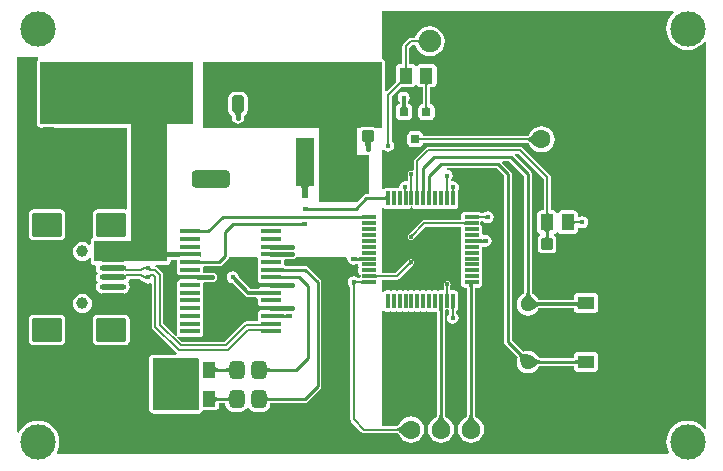
<source format=gtl>
G04*
G04 #@! TF.GenerationSoftware,Altium Limited,Altium Designer,21.0.8 (223)*
G04*
G04 Layer_Physical_Order=1*
G04 Layer_Color=255*
%FSLAX24Y24*%
%MOIN*%
G70*
G04*
G04 #@! TF.SameCoordinates,F91D3ADF-50DC-415E-B976-C9826125F88D*
G04*
G04*
G04 #@! TF.FilePolarity,Positive*
G04*
G01*
G75*
%ADD11C,0.0118*%
G04:AMPARAMS|DCode=12|XSize=29.9mil|YSize=29.9mil|CornerRadius=3.7mil|HoleSize=0mil|Usage=FLASHONLY|Rotation=180.000|XOffset=0mil|YOffset=0mil|HoleType=Round|Shape=RoundedRectangle|*
%AMROUNDEDRECTD12*
21,1,0.0299,0.0224,0,0,180.0*
21,1,0.0224,0.0299,0,0,180.0*
1,1,0.0075,-0.0112,0.0112*
1,1,0.0075,0.0112,0.0112*
1,1,0.0075,0.0112,-0.0112*
1,1,0.0075,-0.0112,-0.0112*
%
%ADD12ROUNDEDRECTD12*%
G04:AMPARAMS|DCode=13|XSize=37.4mil|YSize=37.4mil|CornerRadius=1.9mil|HoleSize=0mil|Usage=FLASHONLY|Rotation=180.000|XOffset=0mil|YOffset=0mil|HoleType=Round|Shape=RoundedRectangle|*
%AMROUNDEDRECTD13*
21,1,0.0374,0.0337,0,0,180.0*
21,1,0.0337,0.0374,0,0,180.0*
1,1,0.0037,-0.0168,0.0168*
1,1,0.0037,0.0168,0.0168*
1,1,0.0037,0.0168,-0.0168*
1,1,0.0037,-0.0168,-0.0168*
%
%ADD13ROUNDEDRECTD13*%
G04:AMPARAMS|DCode=14|XSize=43.3mil|YSize=55.1mil|CornerRadius=2.2mil|HoleSize=0mil|Usage=FLASHONLY|Rotation=0.000|XOffset=0mil|YOffset=0mil|HoleType=Round|Shape=RoundedRectangle|*
%AMROUNDEDRECTD14*
21,1,0.0433,0.0508,0,0,0.0*
21,1,0.0390,0.0551,0,0,0.0*
1,1,0.0043,0.0195,-0.0254*
1,1,0.0043,-0.0195,-0.0254*
1,1,0.0043,-0.0195,0.0254*
1,1,0.0043,0.0195,0.0254*
%
%ADD14ROUNDEDRECTD14*%
G04:AMPARAMS|DCode=15|XSize=157.5mil|YSize=63mil|CornerRadius=3.2mil|HoleSize=0mil|Usage=FLASHONLY|Rotation=90.000|XOffset=0mil|YOffset=0mil|HoleType=Round|Shape=RoundedRectangle|*
%AMROUNDEDRECTD15*
21,1,0.1575,0.0567,0,0,90.0*
21,1,0.1512,0.0630,0,0,90.0*
1,1,0.0063,0.0283,0.0756*
1,1,0.0063,0.0283,-0.0756*
1,1,0.0063,-0.0283,-0.0756*
1,1,0.0063,-0.0283,0.0756*
%
%ADD15ROUNDEDRECTD15*%
G04:AMPARAMS|DCode=16|XSize=11.8mil|YSize=47.2mil|CornerRadius=0.6mil|HoleSize=0mil|Usage=FLASHONLY|Rotation=180.000|XOffset=0mil|YOffset=0mil|HoleType=Round|Shape=RoundedRectangle|*
%AMROUNDEDRECTD16*
21,1,0.0118,0.0461,0,0,180.0*
21,1,0.0106,0.0472,0,0,180.0*
1,1,0.0012,-0.0053,0.0230*
1,1,0.0012,0.0053,0.0230*
1,1,0.0012,0.0053,-0.0230*
1,1,0.0012,-0.0053,-0.0230*
%
%ADD16ROUNDEDRECTD16*%
G04:AMPARAMS|DCode=17|XSize=11.8mil|YSize=47.2mil|CornerRadius=0.6mil|HoleSize=0mil|Usage=FLASHONLY|Rotation=90.000|XOffset=0mil|YOffset=0mil|HoleType=Round|Shape=RoundedRectangle|*
%AMROUNDEDRECTD17*
21,1,0.0118,0.0461,0,0,90.0*
21,1,0.0106,0.0472,0,0,90.0*
1,1,0.0012,0.0230,0.0053*
1,1,0.0012,0.0230,-0.0053*
1,1,0.0012,-0.0230,-0.0053*
1,1,0.0012,-0.0230,0.0053*
%
%ADD17ROUNDEDRECTD17*%
G04:AMPARAMS|DCode=18|XSize=43.3mil|YSize=55.1mil|CornerRadius=2.2mil|HoleSize=0mil|Usage=FLASHONLY|Rotation=90.000|XOffset=0mil|YOffset=0mil|HoleType=Round|Shape=RoundedRectangle|*
%AMROUNDEDRECTD18*
21,1,0.0433,0.0508,0,0,90.0*
21,1,0.0390,0.0551,0,0,90.0*
1,1,0.0043,0.0254,0.0195*
1,1,0.0043,0.0254,-0.0195*
1,1,0.0043,-0.0254,-0.0195*
1,1,0.0043,-0.0254,0.0195*
%
%ADD18ROUNDEDRECTD18*%
G04:AMPARAMS|DCode=19|XSize=13.8mil|YSize=65mil|CornerRadius=0.7mil|HoleSize=0mil|Usage=FLASHONLY|Rotation=270.000|XOffset=0mil|YOffset=0mil|HoleType=Round|Shape=RoundedRectangle|*
%AMROUNDEDRECTD19*
21,1,0.0138,0.0636,0,0,270.0*
21,1,0.0124,0.0650,0,0,270.0*
1,1,0.0014,-0.0318,-0.0062*
1,1,0.0014,-0.0318,0.0062*
1,1,0.0014,0.0318,0.0062*
1,1,0.0014,0.0318,-0.0062*
%
%ADD19ROUNDEDRECTD19*%
G04:AMPARAMS|DCode=20|XSize=37.4mil|YSize=37.4mil|CornerRadius=1.9mil|HoleSize=0mil|Usage=FLASHONLY|Rotation=90.000|XOffset=0mil|YOffset=0mil|HoleType=Round|Shape=RoundedRectangle|*
%AMROUNDEDRECTD20*
21,1,0.0374,0.0337,0,0,90.0*
21,1,0.0337,0.0374,0,0,90.0*
1,1,0.0037,0.0168,0.0168*
1,1,0.0037,0.0168,-0.0168*
1,1,0.0037,-0.0168,-0.0168*
1,1,0.0037,-0.0168,0.0168*
%
%ADD20ROUNDEDRECTD20*%
%ADD21O,0.0886X0.0197*%
G04:AMPARAMS|DCode=22|XSize=98.4mil|YSize=78.7mil|CornerRadius=3.9mil|HoleSize=0mil|Usage=FLASHONLY|Rotation=180.000|XOffset=0mil|YOffset=0mil|HoleType=Round|Shape=RoundedRectangle|*
%AMROUNDEDRECTD22*
21,1,0.0984,0.0709,0,0,180.0*
21,1,0.0906,0.0787,0,0,180.0*
1,1,0.0079,-0.0453,0.0354*
1,1,0.0079,0.0453,0.0354*
1,1,0.0079,0.0453,-0.0354*
1,1,0.0079,-0.0453,-0.0354*
%
%ADD22ROUNDEDRECTD22*%
G04:AMPARAMS|DCode=23|XSize=59.1mil|YSize=51.2mil|CornerRadius=12.8mil|HoleSize=0mil|Usage=FLASHONLY|Rotation=90.000|XOffset=0mil|YOffset=0mil|HoleType=Round|Shape=RoundedRectangle|*
%AMROUNDEDRECTD23*
21,1,0.0591,0.0256,0,0,90.0*
21,1,0.0335,0.0512,0,0,90.0*
1,1,0.0256,0.0128,0.0167*
1,1,0.0256,0.0128,-0.0167*
1,1,0.0256,-0.0128,-0.0167*
1,1,0.0256,-0.0128,0.0167*
%
%ADD23ROUNDEDRECTD23*%
G04:AMPARAMS|DCode=24|XSize=129.1mil|YSize=59.1mil|CornerRadius=14.8mil|HoleSize=0mil|Usage=FLASHONLY|Rotation=0.000|XOffset=0mil|YOffset=0mil|HoleType=Round|Shape=RoundedRectangle|*
%AMROUNDEDRECTD24*
21,1,0.1291,0.0295,0,0,0.0*
21,1,0.0996,0.0591,0,0,0.0*
1,1,0.0295,0.0498,-0.0148*
1,1,0.0295,-0.0498,-0.0148*
1,1,0.0295,-0.0498,0.0148*
1,1,0.0295,0.0498,0.0148*
%
%ADD24ROUNDEDRECTD24*%
G04:AMPARAMS|DCode=25|XSize=39.4mil|YSize=59.1mil|CornerRadius=9.8mil|HoleSize=0mil|Usage=FLASHONLY|Rotation=0.000|XOffset=0mil|YOffset=0mil|HoleType=Round|Shape=RoundedRectangle|*
%AMROUNDEDRECTD25*
21,1,0.0394,0.0394,0,0,0.0*
21,1,0.0197,0.0591,0,0,0.0*
1,1,0.0197,0.0098,-0.0197*
1,1,0.0197,-0.0098,-0.0197*
1,1,0.0197,-0.0098,0.0197*
1,1,0.0197,0.0098,0.0197*
%
%ADD25ROUNDEDRECTD25*%
%ADD26C,0.0750*%
%ADD47C,0.0240*%
%ADD48C,0.0065*%
%ADD49C,0.0100*%
%ADD50C,0.0079*%
%ADD51C,0.0200*%
%ADD52C,0.0150*%
%ADD53C,0.0512*%
%ADD54C,0.0630*%
%ADD55C,0.1181*%
%ADD56C,0.0394*%
%ADD57R,0.0630X0.0630*%
%ADD58C,0.0160*%
G36*
X13677Y14280D02*
X13675Y14286D01*
X13672Y14292D01*
X13668Y14296D01*
X13663Y14301D01*
X13657Y14304D01*
X13649Y14307D01*
X13640Y14309D01*
X13631Y14311D01*
X13620Y14312D01*
X13607Y14312D01*
Y14377D01*
X13620Y14378D01*
X13631Y14379D01*
X13640Y14380D01*
X13649Y14383D01*
X13657Y14386D01*
X13663Y14389D01*
X13668Y14393D01*
X13672Y14398D01*
X13675Y14404D01*
X13677Y14410D01*
Y14280D01*
D02*
G37*
G36*
X22178Y15303D02*
X22134Y15267D01*
X22046Y15159D01*
X21980Y15036D01*
X21939Y14903D01*
X21926Y14764D01*
X21939Y14625D01*
X21980Y14491D01*
X22046Y14368D01*
X22134Y14260D01*
X22242Y14172D01*
X22365Y14106D01*
X22499Y14065D01*
X22638Y14052D01*
X22777Y14065D01*
X22910Y14106D01*
X23033Y14172D01*
X23141Y14260D01*
X23210Y14344D01*
X23260Y14326D01*
X23260Y1422D01*
X23210Y1404D01*
X23141Y1488D01*
X23033Y1576D01*
X22910Y1642D01*
X22777Y1683D01*
X22638Y1696D01*
X22499Y1683D01*
X22365Y1642D01*
X22242Y1576D01*
X22134Y1488D01*
X22046Y1380D01*
X21980Y1257D01*
X21939Y1123D01*
X21926Y984D01*
X21939Y845D01*
X21980Y712D01*
X22017Y643D01*
X21991Y600D01*
X12450Y600D01*
Y1287D01*
X12998D01*
X13042Y1182D01*
X13111Y1091D01*
X13202Y1022D01*
X13307Y978D01*
X13420Y963D01*
X13533Y978D01*
X13638Y1022D01*
X13729Y1091D01*
X13798Y1182D01*
X13842Y1287D01*
X13857Y1400D01*
X13842Y1513D01*
X13798Y1618D01*
X13729Y1709D01*
X13638Y1778D01*
X13533Y1822D01*
X13420Y1837D01*
X13307Y1822D01*
X13202Y1778D01*
X13111Y1709D01*
X13042Y1618D01*
X12998Y1513D01*
X12450D01*
X12450Y5357D01*
X12500Y5373D01*
X12506Y5364D01*
X12547Y5336D01*
X12595Y5327D01*
X12702D01*
X12747Y5336D01*
X12792Y5327D01*
X12898D01*
X12944Y5336D01*
X12989Y5327D01*
X13095D01*
X13141Y5336D01*
X13186Y5327D01*
X13292D01*
X13337Y5336D01*
X13383Y5327D01*
X13489D01*
X13534Y5336D01*
X13580Y5327D01*
X13686D01*
X13731Y5336D01*
X13776Y5327D01*
X13883D01*
X13928Y5336D01*
X13973Y5327D01*
X14080D01*
X14125Y5336D01*
X14170Y5327D01*
X14276D01*
X14289Y5316D01*
Y1814D01*
X14202Y1778D01*
X14111Y1709D01*
X14042Y1618D01*
X13998Y1513D01*
X13983Y1400D01*
X13998Y1287D01*
X14042Y1182D01*
X14111Y1091D01*
X14202Y1022D01*
X14307Y978D01*
X14420Y963D01*
X14533Y978D01*
X14638Y1022D01*
X14729Y1091D01*
X14798Y1182D01*
X14842Y1287D01*
X14857Y1400D01*
X14842Y1513D01*
X14798Y1618D01*
X14729Y1709D01*
X14638Y1778D01*
X14551Y1814D01*
Y5356D01*
X14563Y5364D01*
X14590Y5405D01*
X14591Y5412D01*
X14642D01*
X14644Y5405D01*
X14671Y5364D01*
X14700Y5344D01*
Y5287D01*
X14671Y5267D01*
X14627Y5202D01*
X14612Y5125D01*
X14627Y5047D01*
X14671Y4982D01*
X14736Y4938D01*
X14814Y4923D01*
X14891Y4938D01*
X14957Y4982D01*
X15000Y5047D01*
X15016Y5125D01*
X15000Y5202D01*
X14957Y5267D01*
X14927Y5287D01*
Y5344D01*
X14956Y5364D01*
X14984Y5405D01*
X14993Y5453D01*
Y5914D01*
X14984Y5962D01*
X14956Y6003D01*
X14915Y6031D01*
X14867Y6040D01*
X14761D01*
X14735Y6061D01*
Y6222D01*
X14740Y6247D01*
X14732Y6290D01*
X14707Y6327D01*
X14670Y6352D01*
X14627Y6360D01*
X14583Y6352D01*
X14547Y6327D01*
X14542Y6322D01*
X14517Y6285D01*
X14508Y6242D01*
Y6069D01*
X14473Y6040D01*
X14367D01*
X14322Y6031D01*
X14276Y6040D01*
X14170D01*
X14125Y6031D01*
X14080Y6040D01*
X13973D01*
X13928Y6031D01*
X13883Y6040D01*
X13776D01*
X13731Y6031D01*
X13686Y6040D01*
X13580D01*
X13534Y6031D01*
X13489Y6040D01*
X13383D01*
X13337Y6031D01*
X13292Y6040D01*
X13186D01*
X13141Y6031D01*
X13095Y6040D01*
X12989D01*
X12944Y6031D01*
X12898Y6040D01*
X12792D01*
X12747Y6031D01*
X12702Y6040D01*
X12595D01*
X12547Y6031D01*
X12506Y6003D01*
X12500Y5994D01*
X12450Y6010D01*
Y6397D01*
X12950D01*
X12994Y6405D01*
X13030Y6430D01*
X13500Y6900D01*
X13525Y6937D01*
X13533Y6980D01*
X13525Y7023D01*
X13500Y7060D01*
X13463Y7085D01*
X13420Y7093D01*
X13377Y7085D01*
X13340Y7060D01*
X12903Y6624D01*
X12450D01*
Y8783D01*
X12500Y8798D01*
X12506Y8789D01*
X12547Y8762D01*
X12595Y8752D01*
X12702D01*
X12747Y8761D01*
X12792Y8752D01*
X12898D01*
X12944Y8761D01*
X12989Y8752D01*
X13095D01*
X13141Y8761D01*
X13186Y8752D01*
X13292D01*
X13341Y8762D01*
X13382Y8789D01*
X13409Y8830D01*
X13410Y8837D01*
X13461D01*
X13463Y8830D01*
X13490Y8789D01*
X13531Y8762D01*
X13580Y8752D01*
X13686D01*
X13731Y8761D01*
X13776Y8752D01*
X13883D01*
X13928Y8761D01*
X13973Y8752D01*
X14080D01*
X14125Y8761D01*
X14170Y8752D01*
X14276D01*
X14322Y8761D01*
X14367Y8752D01*
X14473D01*
X14519Y8761D01*
X14564Y8752D01*
X14670D01*
X14715Y8761D01*
X14761Y8752D01*
X14867D01*
X14915Y8762D01*
X14956Y8789D01*
X14984Y8830D01*
X14993Y8878D01*
Y9339D01*
X14986Y9378D01*
X15004Y9405D01*
X15020Y9483D01*
X15004Y9560D01*
X14960Y9626D01*
X14895Y9669D01*
X14818Y9685D01*
X14782Y9678D01*
X14766Y9699D01*
X14757Y9724D01*
X14797Y9783D01*
X14812Y9860D01*
X14797Y9937D01*
X14753Y10003D01*
X14687Y10047D01*
X14626Y10059D01*
X14631Y10109D01*
X16276D01*
X16513Y9871D01*
Y4335D01*
X16523Y4285D01*
X16552Y4242D01*
X16983Y3811D01*
X16959Y3753D01*
X16947Y3656D01*
X16959Y3558D01*
X16997Y3467D01*
X17057Y3389D01*
X17135Y3329D01*
X17226Y3291D01*
X17324Y3278D01*
X17421Y3291D01*
X17512Y3329D01*
X17591Y3389D01*
X17650Y3467D01*
X17674Y3524D01*
X18856D01*
Y3467D01*
X18867Y3412D01*
X18898Y3366D01*
X18944Y3335D01*
X18999Y3324D01*
X19507D01*
X19561Y3335D01*
X19608Y3366D01*
X19639Y3412D01*
X19649Y3467D01*
Y3856D01*
X19639Y3911D01*
X19608Y3957D01*
X19561Y3988D01*
X19507Y3999D01*
X18999D01*
X18944Y3988D01*
X18898Y3957D01*
X18867Y3911D01*
X18856Y3856D01*
Y3787D01*
X17674D01*
X17650Y3844D01*
X17591Y3922D01*
X17512Y3982D01*
X17421Y4020D01*
X17324Y4033D01*
X17226Y4020D01*
X17169Y3996D01*
X16776Y4389D01*
Y9926D01*
X16766Y9976D01*
X16737Y10018D01*
X16457Y10299D01*
X16478Y10349D01*
X16696D01*
X17193Y9852D01*
Y5927D01*
X17135Y5903D01*
X17057Y5844D01*
X16997Y5765D01*
X16959Y5674D01*
X16947Y5577D01*
X16959Y5479D01*
X16997Y5388D01*
X17057Y5310D01*
X17135Y5250D01*
X17226Y5212D01*
X17324Y5200D01*
X17421Y5212D01*
X17512Y5250D01*
X17591Y5310D01*
X17650Y5388D01*
X17670Y5436D01*
X18856D01*
Y5415D01*
X18867Y5361D01*
X18898Y5315D01*
X18944Y5284D01*
X18999Y5273D01*
X19507D01*
X19561Y5284D01*
X19608Y5315D01*
X19639Y5361D01*
X19649Y5415D01*
Y5805D01*
X19639Y5860D01*
X19608Y5906D01*
X19561Y5937D01*
X19507Y5948D01*
X18999D01*
X18944Y5937D01*
X18898Y5906D01*
X18867Y5860D01*
X18856Y5805D01*
Y5717D01*
X17670D01*
X17650Y5765D01*
X17591Y5844D01*
X17512Y5903D01*
X17455Y5927D01*
Y9906D01*
X17445Y9956D01*
X17417Y9999D01*
X16876Y10540D01*
X16897Y10590D01*
X17010D01*
X17840Y9760D01*
Y8708D01*
X17766D01*
X17711Y8697D01*
X17665Y8667D01*
X17634Y8620D01*
X17623Y8566D01*
Y8058D01*
X17634Y8003D01*
X17665Y7957D01*
X17711Y7926D01*
X17721Y7924D01*
X17721Y7924D01*
X17726Y7872D01*
X17694Y7850D01*
X17663Y7805D01*
X17653Y7752D01*
Y7415D01*
X17663Y7362D01*
X17694Y7317D01*
X17739Y7286D01*
X17792Y7276D01*
X18129D01*
X18182Y7286D01*
X18227Y7317D01*
X18258Y7362D01*
X18268Y7415D01*
Y7752D01*
X18258Y7805D01*
X18227Y7850D01*
X18195Y7872D01*
X18200Y7924D01*
X18200Y7924D01*
X18210Y7926D01*
X18256Y7957D01*
X18277Y7989D01*
X18283Y7990D01*
X18327D01*
X18333Y7989D01*
X18354Y7957D01*
X18400Y7926D01*
X18455Y7915D01*
X18844D01*
X18899Y7926D01*
X18945Y7957D01*
X18976Y8003D01*
X18987Y8058D01*
Y8118D01*
X19031Y8142D01*
X19050Y8129D01*
X19128Y8114D01*
X19205Y8129D01*
X19271Y8173D01*
X19314Y8238D01*
X19330Y8316D01*
X19314Y8393D01*
X19271Y8458D01*
X19205Y8502D01*
X19128Y8518D01*
X19050Y8502D01*
X19031Y8489D01*
X18987Y8513D01*
Y8566D01*
X18976Y8620D01*
X18945Y8667D01*
X18899Y8697D01*
X18844Y8708D01*
X18455D01*
X18400Y8697D01*
X18354Y8667D01*
X18333Y8635D01*
X18327Y8633D01*
X18283D01*
X18277Y8635D01*
X18256Y8667D01*
X18210Y8697D01*
X18155Y8708D01*
X18081D01*
Y9809D01*
X18072Y9856D01*
X18046Y9895D01*
X18046Y9895D01*
X17145Y10795D01*
X17106Y10821D01*
X17060Y10830D01*
X17060Y10830D01*
X14000D01*
X14000Y10830D01*
X13954Y10821D01*
X13915Y10795D01*
X13915Y10795D01*
X13548Y10428D01*
X13521Y10389D01*
X13512Y10343D01*
X13512Y10343D01*
Y10063D01*
X13462Y10033D01*
X13436Y10038D01*
X13392Y10029D01*
X13356Y10005D01*
X13331Y9968D01*
X13322Y9924D01*
Y9718D01*
X13272Y9677D01*
X13235Y9685D01*
X13158Y9669D01*
X13092Y9626D01*
X13049Y9560D01*
X13033Y9483D01*
X13033Y9482D01*
X12986Y9465D01*
X12944Y9456D01*
X12898Y9465D01*
X12792D01*
X12747Y9456D01*
X12702Y9465D01*
X12595D01*
X12547Y9456D01*
X12506Y9428D01*
X12500Y9420D01*
X12450Y9435D01*
Y10728D01*
X12500Y10743D01*
X12517Y10717D01*
X12583Y10673D01*
X12660Y10658D01*
X12737Y10673D01*
X12803Y10717D01*
X12847Y10783D01*
X12862Y10860D01*
X12847Y10937D01*
X12803Y11003D01*
X12773Y11022D01*
Y12508D01*
X13071Y12805D01*
X13443D01*
X13497Y12816D01*
X13543Y12847D01*
X13564Y12878D01*
X13570Y12880D01*
X13614D01*
X13620Y12878D01*
X13641Y12847D01*
X13687Y12816D01*
X13742Y12805D01*
X13823D01*
Y12249D01*
X13764Y12238D01*
X13712Y12203D01*
X13678Y12152D01*
X13666Y12091D01*
Y11867D01*
X13678Y11806D01*
X13712Y11755D01*
X13764Y11720D01*
X13824Y11708D01*
X14049D01*
X14110Y11720D01*
X14161Y11755D01*
X14195Y11806D01*
X14207Y11867D01*
Y12091D01*
X14195Y12152D01*
X14161Y12203D01*
X14110Y12238D01*
X14050Y12249D01*
Y12805D01*
X14132D01*
X14186Y12816D01*
X14232Y12847D01*
X14263Y12893D01*
X14274Y12947D01*
Y13455D01*
X14263Y13510D01*
X14232Y13556D01*
X14186Y13587D01*
X14132Y13598D01*
X13742D01*
X13687Y13587D01*
X13641Y13556D01*
X13620Y13525D01*
X13614Y13523D01*
X13570D01*
X13564Y13525D01*
X13543Y13556D01*
X13497Y13587D01*
X13443Y13598D01*
X13361D01*
Y14131D01*
X13462Y14231D01*
X13564D01*
X13566Y14216D01*
X13615Y14096D01*
X13694Y13993D01*
X13797Y13914D01*
X13917Y13864D01*
X14046Y13848D01*
X14175Y13864D01*
X14295Y13914D01*
X14398Y13993D01*
X14477Y14096D01*
X14526Y14216D01*
X14543Y14345D01*
X14526Y14474D01*
X14477Y14594D01*
X14398Y14697D01*
X14295Y14776D01*
X14175Y14825D01*
X14046Y14842D01*
X13917Y14825D01*
X13797Y14776D01*
X13694Y14697D01*
X13615Y14594D01*
X13566Y14474D01*
X13564Y14458D01*
X13415D01*
X13371Y14450D01*
X13335Y14425D01*
X13168Y14258D01*
X13143Y14221D01*
X13134Y14178D01*
Y13598D01*
X13053D01*
X12998Y13587D01*
X12952Y13556D01*
X12921Y13510D01*
X12910Y13455D01*
Y12965D01*
X12620Y12675D01*
X12570Y12696D01*
Y13650D01*
X12561Y13696D01*
X12535Y13735D01*
X12496Y13761D01*
X12450Y13770D01*
Y15350D01*
X22161Y15350D01*
X22178Y15303D01*
D02*
G37*
G36*
X13281Y13530D02*
X13282Y13519D01*
X13283Y13509D01*
X13285Y13500D01*
X13288Y13493D01*
X13292Y13487D01*
X13296Y13482D01*
X13301Y13479D01*
X13307Y13477D01*
X13313Y13476D01*
X13183D01*
X13189Y13477D01*
X13194Y13479D01*
X13199Y13482D01*
X13204Y13487D01*
X13207Y13493D01*
X13210Y13500D01*
X13212Y13509D01*
X13214Y13519D01*
X13215Y13530D01*
X13215Y13542D01*
X13280D01*
X13281Y13530D01*
D02*
G37*
G36*
X13123Y12927D02*
X13118Y12930D01*
X13112Y12932D01*
X13105Y12932D01*
X13097Y12930D01*
X13088Y12926D01*
X13079Y12920D01*
X13068Y12913D01*
X13057Y12904D01*
X13031Y12879D01*
X12985Y12925D01*
X12998Y12939D01*
X13018Y12963D01*
X13026Y12973D01*
X13031Y12983D01*
X13035Y12992D01*
X13037Y13000D01*
X13037Y13006D01*
X13035Y13012D01*
X13032Y13017D01*
X13123Y12927D01*
D02*
G37*
G36*
X13995Y12926D02*
X13990Y12924D01*
X13985Y12921D01*
X13981Y12916D01*
X13977Y12910D01*
X13974Y12903D01*
X13972Y12894D01*
X13970Y12884D01*
X13969Y12873D01*
X13969Y12860D01*
X13904D01*
X13904Y12873D01*
X13903Y12884D01*
X13901Y12894D01*
X13899Y12903D01*
X13896Y12910D01*
X13892Y12916D01*
X13888Y12921D01*
X13883Y12924D01*
X13878Y12926D01*
X13872Y12927D01*
X14002D01*
X13995Y12926D01*
D02*
G37*
G36*
X13969Y12181D02*
X13970Y12169D01*
X13972Y12159D01*
X13974Y12151D01*
X13977Y12143D01*
X13981Y12137D01*
X13985Y12133D01*
X13990Y12130D01*
X13995Y12128D01*
X14002Y12127D01*
X13872D01*
X13878Y12128D01*
X13883Y12130D01*
X13888Y12133D01*
X13892Y12137D01*
X13896Y12143D01*
X13899Y12151D01*
X13901Y12159D01*
X13903Y12169D01*
X13904Y12181D01*
X13904Y12193D01*
X13969D01*
X13969Y12181D01*
D02*
G37*
G36*
X12450Y11467D02*
X12217D01*
X12199Y11479D01*
X12146Y11490D01*
X11809D01*
X11756Y11479D01*
X11738Y11467D01*
X11630D01*
Y10560D01*
X12010Y10560D01*
X12010Y9240D01*
X11919D01*
X11868Y9230D01*
X11826Y9201D01*
X11624Y9000D01*
X10340Y9000D01*
X10340Y11467D01*
X6500D01*
Y13650D01*
X12450D01*
Y11467D01*
D02*
G37*
G36*
X12693Y10973D02*
X12693Y10965D01*
X12695Y10958D01*
X12696Y10951D01*
X12698Y10945D01*
X12701Y10938D01*
X12704Y10933D01*
X12708Y10927D01*
X12712Y10922D01*
X12716Y10917D01*
X12604D01*
X12608Y10922D01*
X12612Y10927D01*
X12616Y10933D01*
X12619Y10938D01*
X12622Y10945D01*
X12624Y10951D01*
X12625Y10958D01*
X12627Y10965D01*
X12627Y10973D01*
X12628Y10981D01*
X12693D01*
X12693Y10973D01*
D02*
G37*
G36*
X12113Y10994D02*
X12100Y10990D01*
X12089Y10982D01*
X12079Y10972D01*
X12071Y10958D01*
X12064Y10941D01*
X12059Y10922D01*
X12055Y10899D01*
X12053Y10873D01*
X12052Y10845D01*
X11902D01*
X11902Y10873D01*
X11899Y10899D01*
X11896Y10922D01*
X11890Y10941D01*
X11884Y10958D01*
X11875Y10972D01*
X11866Y10982D01*
X11854Y10990D01*
X11842Y10994D01*
X11827Y10996D01*
X12127D01*
X12113Y10994D01*
D02*
G37*
G36*
X13484Y9881D02*
X13481Y9875D01*
X13478Y9869D01*
X13476Y9863D01*
X13473Y9856D01*
X13472Y9850D01*
X13470Y9843D01*
X13469Y9835D01*
X13469Y9828D01*
X13468Y9820D01*
X13403Y9810D01*
X13403Y9818D01*
X13402Y9826D01*
X13401Y9833D01*
X13399Y9840D01*
X13397Y9846D01*
X13394Y9852D01*
X13391Y9857D01*
X13387Y9862D01*
X13382Y9867D01*
X13377Y9871D01*
X13488Y9886D01*
X13484Y9881D01*
D02*
G37*
G36*
X14664Y9800D02*
X14660Y9795D01*
X14657Y9789D01*
X14654Y9783D01*
X14652Y9777D01*
X14650Y9770D01*
X14648Y9764D01*
X14647Y9756D01*
X14646Y9749D01*
X14646Y9741D01*
X14581Y9737D01*
X14581Y9745D01*
X14580Y9753D01*
X14579Y9760D01*
X14577Y9767D01*
X14575Y9774D01*
X14572Y9780D01*
X14569Y9786D01*
X14565Y9791D01*
X14561Y9796D01*
X14557Y9801D01*
X14668Y9805D01*
X14664Y9800D01*
D02*
G37*
G36*
X10063Y9544D02*
X10046Y9538D01*
X10031Y9528D01*
X10018Y9513D01*
X10007Y9495D01*
X9998Y9473D01*
X9991Y9447D01*
X9986Y9417D01*
X9983Y9383D01*
X9982Y9344D01*
X9782D01*
X9781Y9383D01*
X9778Y9417D01*
X9773Y9447D01*
X9766Y9473D01*
X9757Y9495D01*
X9746Y9513D01*
X9733Y9528D01*
X9718Y9538D01*
X9701Y9544D01*
X9682Y9546D01*
X10082D01*
X10063Y9544D01*
D02*
G37*
G36*
X12591Y9009D02*
X12590Y9018D01*
X12587Y9027D01*
X12582Y9034D01*
X12575Y9041D01*
X12566Y9046D01*
X12555Y9051D01*
X12542Y9054D01*
X12527Y9057D01*
X12509Y9058D01*
X12490Y9059D01*
Y9159D01*
X12509Y9159D01*
X12527Y9161D01*
X12542Y9163D01*
X12555Y9167D01*
X12566Y9171D01*
X12575Y9177D01*
X12582Y9183D01*
X12587Y9191D01*
X12590Y9199D01*
X12591Y9209D01*
Y9009D01*
D02*
G37*
G36*
X979Y13820D02*
X979Y13737D01*
X977Y13735D01*
X951Y13696D01*
X942Y13650D01*
X942Y11590D01*
X944Y11580D01*
X943Y11570D01*
X948Y11557D01*
X951Y11544D01*
X956Y11535D01*
X960Y11526D01*
X969Y11516D01*
X977Y11504D01*
X981Y11502D01*
X981Y11490D01*
X996D01*
X1005Y11486D01*
X1016Y11478D01*
X1026Y11476D01*
X1035Y11472D01*
X1085Y11461D01*
X1087Y11461D01*
X1088Y11460D01*
X1110D01*
X1132Y11459D01*
X1134Y11460D01*
X1135D01*
X1156Y11468D01*
X1167Y11473D01*
X1191Y11478D01*
X1504D01*
X1525Y11473D01*
X1531Y11471D01*
X1541Y11464D01*
X1552Y11462D01*
X1563Y11457D01*
X1575D01*
X1587Y11455D01*
X3955D01*
X3955Y8775D01*
X3905Y8734D01*
X3884Y8738D01*
X2978D01*
X2917Y8726D01*
X2865Y8691D01*
X2830Y8639D01*
X2818Y8577D01*
Y7868D01*
X2829Y7812D01*
X2824Y7811D01*
X2785Y7785D01*
X2759Y7746D01*
X2750Y7700D01*
Y7570D01*
X2700Y7553D01*
X2693Y7562D01*
X2627Y7612D01*
X2551Y7644D01*
X2468Y7655D01*
X2386Y7644D01*
X2310Y7612D01*
X2244Y7562D01*
X2193Y7496D01*
X2162Y7419D01*
X2151Y7337D01*
X2162Y7255D01*
X2184Y7200D01*
X2163Y7162D01*
X2205D01*
X2244Y7112D01*
X2310Y7062D01*
X2386Y7030D01*
X2468Y7019D01*
X2551Y7030D01*
X2627Y7062D01*
X2693Y7112D01*
X2700Y7121D01*
X2750Y7104D01*
Y7010D01*
X2759Y6964D01*
X2785Y6925D01*
X2824Y6899D01*
X2870Y6890D01*
X2889D01*
X2926Y6840D01*
X2915Y6786D01*
X2932Y6701D01*
X2980Y6630D01*
Y6627D01*
X2932Y6555D01*
X2915Y6471D01*
X2932Y6386D01*
X2953Y6354D01*
X2979Y6313D01*
X2953Y6272D01*
X2932Y6240D01*
X2915Y6156D01*
X2932Y6071D01*
X2980Y6000D01*
X3051Y5952D01*
X3136Y5935D01*
X3825D01*
X3909Y5952D01*
X3981Y6000D01*
X4029Y6071D01*
X4046Y6156D01*
X4029Y6240D01*
X4007Y6272D01*
X3982Y6313D01*
X4007Y6354D01*
X4029Y6386D01*
X4038Y6432D01*
X4387D01*
X4429Y6391D01*
X4466Y6366D01*
X4491Y6361D01*
X4513Y6328D01*
X4579Y6284D01*
X4656Y6269D01*
X4722Y6282D01*
X4772Y6254D01*
Y4828D01*
X4780Y4784D01*
X4805Y4748D01*
X5590Y3962D01*
X5613Y3947D01*
X5598Y3897D01*
X4810Y3897D01*
X4764Y3888D01*
X4725Y3862D01*
X4699Y3823D01*
X4690Y3776D01*
Y2091D01*
X4699Y2045D01*
X4725Y2006D01*
X4725Y2006D01*
X4760Y1971D01*
X4760Y1971D01*
X4799Y1945D01*
X4845Y1935D01*
X4845Y1935D01*
X6338Y1935D01*
X6384Y1945D01*
X6423Y1971D01*
X6449Y2010D01*
X6485Y2037D01*
X6874D01*
X6929Y2048D01*
X6975Y2079D01*
X7006Y2125D01*
X7017Y2180D01*
Y2284D01*
X7230D01*
Y2248D01*
X7249Y2152D01*
X7304Y2071D01*
X7385Y2017D01*
X7481Y1998D01*
X7737D01*
X7833Y2017D01*
X7914Y2071D01*
X7954Y2131D01*
X8012D01*
X8052Y2071D01*
X8133Y2017D01*
X8229Y1998D01*
X8485D01*
X8581Y2017D01*
X8662Y2071D01*
X8717Y2152D01*
X8736Y2248D01*
Y2284D01*
X9873D01*
X9923Y2294D01*
X9966Y2323D01*
X10399Y2756D01*
X10427Y2799D01*
X10437Y2849D01*
Y6313D01*
X10427Y6364D01*
X10399Y6406D01*
X9985Y6820D01*
X9943Y6848D01*
X9893Y6858D01*
X9233D01*
X9194Y6908D01*
X9196Y6921D01*
Y7045D01*
X9227Y7082D01*
X9444D01*
X9504Y7094D01*
X9554Y7128D01*
X9578Y7162D01*
X11268D01*
X11299Y7124D01*
X11295Y7101D01*
X11310Y7023D01*
X11354Y6958D01*
X11420Y6914D01*
X11497Y6899D01*
X11574Y6914D01*
X11612Y6939D01*
X11662Y6913D01*
Y6851D01*
X11671Y6806D01*
X11662Y6760D01*
Y6654D01*
X11671Y6606D01*
X11699Y6565D01*
X11740Y6537D01*
X11747Y6536D01*
Y6485D01*
X11740Y6483D01*
X11699Y6456D01*
X11697Y6456D01*
X11643Y6462D01*
X11586Y6500D01*
X11509Y6515D01*
X11432Y6500D01*
X11366Y6456D01*
X11322Y6391D01*
X11307Y6313D01*
X11322Y6236D01*
X11366Y6171D01*
X11395Y6151D01*
Y1741D01*
X11404Y1698D01*
X11429Y1661D01*
X11770Y1320D01*
X11807Y1295D01*
X11850Y1287D01*
X12449D01*
Y600D01*
X1631Y600D01*
X1605Y643D01*
X1642Y712D01*
X1683Y845D01*
X1696Y984D01*
X1683Y1123D01*
X1642Y1257D01*
X1576Y1380D01*
X1488Y1488D01*
X1380Y1576D01*
X1257Y1642D01*
X1123Y1683D01*
X984Y1696D01*
X845Y1683D01*
X712Y1642D01*
X589Y1576D01*
X481Y1488D01*
X392Y1380D01*
X345Y1291D01*
X295Y1304D01*
X299Y7162D01*
X300D01*
X300Y13820D01*
X979Y13820D01*
D02*
G37*
G36*
X9941Y8823D02*
X9943Y8822D01*
X9946Y8821D01*
X9951Y8820D01*
X9955Y8820D01*
X9968Y8819D01*
X9993Y8818D01*
Y8718D01*
X9983Y8718D01*
X9951Y8716D01*
X9946Y8715D01*
X9943Y8714D01*
X9941Y8713D01*
X9939Y8712D01*
Y8824D01*
X9941Y8823D01*
D02*
G37*
G36*
X18000Y8652D02*
X18002Y8638D01*
X18003Y8626D01*
X18006Y8616D01*
X18010Y8607D01*
X18014Y8600D01*
X18019Y8594D01*
X18025Y8590D01*
X18032Y8588D01*
X18039Y8587D01*
X17882D01*
X17889Y8588D01*
X17896Y8590D01*
X17902Y8594D01*
X17907Y8600D01*
X17911Y8607D01*
X17915Y8616D01*
X17918Y8626D01*
X17920Y8638D01*
X17921Y8652D01*
X17921Y8667D01*
X18000D01*
X18000Y8652D01*
D02*
G37*
G36*
X11785Y8422D02*
X11783Y8423D01*
X11780Y8424D01*
X11774Y8425D01*
X11767Y8426D01*
X11747Y8428D01*
X11683Y8429D01*
Y8529D01*
X11702Y8529D01*
X11783Y8534D01*
X11785Y8535D01*
Y8422D01*
D02*
G37*
G36*
X19073Y8257D02*
X19068Y8261D01*
X19063Y8265D01*
X19057Y8268D01*
X19051Y8271D01*
X19045Y8274D01*
X19038Y8276D01*
X19031Y8277D01*
X19024Y8278D01*
X19016Y8279D01*
X19008Y8279D01*
X19005Y8344D01*
X19013Y8345D01*
X19021Y8345D01*
X19028Y8347D01*
X19035Y8348D01*
X19041Y8351D01*
X19047Y8353D01*
X19053Y8356D01*
X19059Y8360D01*
X19063Y8364D01*
X19068Y8369D01*
X19073Y8257D01*
D02*
G37*
G36*
X18866Y8371D02*
X18868Y8365D01*
X18871Y8360D01*
X18876Y8356D01*
X18882Y8353D01*
X18889Y8350D01*
X18898Y8347D01*
X18908Y8346D01*
X18919Y8345D01*
X18932Y8344D01*
Y8279D01*
X18919Y8279D01*
X18908Y8278D01*
X18898Y8276D01*
X18889Y8274D01*
X18882Y8271D01*
X18876Y8268D01*
X18871Y8263D01*
X18868Y8259D01*
X18866Y8253D01*
X18865Y8247D01*
Y8377D01*
X18866Y8371D01*
D02*
G37*
G36*
X9825Y8205D02*
X9823Y8206D01*
X9821Y8207D01*
X9818Y8208D01*
X9814Y8208D01*
X9809Y8209D01*
X9796Y8210D01*
X9772Y8211D01*
Y8311D01*
X9781Y8311D01*
X9814Y8313D01*
X9818Y8314D01*
X9821Y8314D01*
X9823Y8315D01*
X9825Y8317D01*
Y8205D01*
D02*
G37*
G36*
X6375Y8070D02*
X6379Y8067D01*
X6385Y8064D01*
X6393Y8062D01*
X6402Y8060D01*
X6413Y8059D01*
X6440Y8057D01*
X6475Y8056D01*
Y7956D01*
X6457Y7956D01*
X6402Y7952D01*
X6393Y7950D01*
X6385Y7948D01*
X6379Y7946D01*
X6375Y7943D01*
X6373Y7940D01*
Y8073D01*
X6375Y8070D01*
D02*
G37*
G36*
X18051Y8036D02*
X18043Y8033D01*
X18035Y8028D01*
X18029Y8021D01*
X18023Y8012D01*
X18019Y8001D01*
X18015Y7987D01*
X18013Y7972D01*
X18011Y7955D01*
X18011Y7936D01*
X17911D01*
X17910Y7955D01*
X17909Y7972D01*
X17906Y7987D01*
X17903Y8001D01*
X17898Y8012D01*
X17893Y8021D01*
X17886Y8028D01*
X17879Y8033D01*
X17870Y8036D01*
X17861Y8037D01*
X18061D01*
X18051Y8036D01*
D02*
G37*
G36*
X18011Y7852D02*
X18013Y7834D01*
X18015Y7819D01*
X18019Y7806D01*
X18023Y7795D01*
X18029Y7786D01*
X18035Y7779D01*
X18043Y7774D01*
X18051Y7771D01*
X18061Y7770D01*
X17861D01*
X17870Y7771D01*
X17879Y7774D01*
X17886Y7779D01*
X17893Y7786D01*
X17898Y7795D01*
X17903Y7806D01*
X17906Y7819D01*
X17909Y7834D01*
X17910Y7852D01*
X17911Y7871D01*
X18011D01*
X18011Y7852D01*
D02*
G37*
G36*
X6170Y11576D02*
X5280D01*
X5280Y7700D01*
D01*
Y7320D01*
X5676D01*
X5684Y7315D01*
X5733Y7305D01*
X6369D01*
X6405Y7312D01*
Y7165D01*
X6369Y7172D01*
X5733D01*
X5684Y7162D01*
X5680Y7160D01*
X5290Y7160D01*
Y7010D01*
X2870D01*
Y7700D01*
X4075D01*
X4075Y11576D01*
X1587D01*
X1569Y11587D01*
X1516Y11598D01*
X1179D01*
X1126Y11587D01*
X1112Y11578D01*
X1062Y11590D01*
X1062Y13650D01*
X6170Y13650D01*
X6170Y11576D01*
D02*
G37*
G36*
X11556Y7156D02*
X11558Y7155D01*
X11561Y7154D01*
X11565Y7153D01*
X11570Y7152D01*
X11583Y7151D01*
X11607Y7151D01*
Y7051D01*
X11598Y7051D01*
X11565Y7049D01*
X11561Y7048D01*
X11558Y7047D01*
X11556Y7046D01*
X11554Y7045D01*
Y7157D01*
X11556Y7156D01*
D02*
G37*
G36*
X11785Y7044D02*
X11783Y7045D01*
X11780Y7046D01*
X11774Y7047D01*
X11767Y7048D01*
X11747Y7050D01*
X11683Y7051D01*
Y7151D01*
X11702Y7151D01*
X11783Y7156D01*
X11785Y7158D01*
Y7044D01*
D02*
G37*
G36*
X6375Y7046D02*
X6379Y7043D01*
X6385Y7041D01*
X6393Y7039D01*
X6402Y7037D01*
X6413Y7035D01*
X6440Y7033D01*
X6475Y7033D01*
Y6933D01*
X6457Y6933D01*
X6402Y6929D01*
X6393Y6927D01*
X6385Y6925D01*
X6379Y6922D01*
X6375Y6919D01*
X6373Y6916D01*
Y7049D01*
X6375Y7046D01*
D02*
G37*
G36*
X13419Y6900D02*
X13413Y6900D01*
X13406Y6899D01*
X13400Y6898D01*
X13393Y6896D01*
X13387Y6893D01*
X13381Y6890D01*
X13375Y6886D01*
X13369Y6882D01*
X13363Y6877D01*
X13357Y6871D01*
X13311Y6917D01*
X13317Y6923D01*
X13322Y6929D01*
X13326Y6935D01*
X13330Y6941D01*
X13333Y6947D01*
X13336Y6954D01*
X13338Y6960D01*
X13339Y6966D01*
X13340Y6973D01*
X13340Y6979D01*
X13419Y6900D01*
D02*
G37*
G36*
X4595Y6735D02*
X4590Y6740D01*
X4585Y6744D01*
X4580Y6748D01*
X4575Y6751D01*
X4569Y6754D01*
X4562Y6756D01*
X4555Y6758D01*
X4548Y6759D01*
X4541Y6760D01*
X4533Y6760D01*
X4539Y6825D01*
X4547Y6825D01*
X4554Y6826D01*
X4562Y6827D01*
X4569Y6829D01*
X4575Y6830D01*
X4582Y6833D01*
X4588Y6836D01*
X4594Y6839D01*
X4599Y6842D01*
X4604Y6846D01*
X4595Y6735D01*
D02*
G37*
G36*
X4735Y6768D02*
X4735Y6766D01*
X4737Y6764D01*
X4739Y6761D01*
X4741Y6758D01*
X4748Y6750D01*
X4764Y6734D01*
X4718Y6688D01*
X4713Y6693D01*
X4697Y6707D01*
X4693Y6709D01*
X4691Y6710D01*
X4688Y6711D01*
X4687Y6711D01*
X4685Y6711D01*
X4735Y6770D01*
X4735Y6768D01*
D02*
G37*
G36*
X9075Y6790D02*
X9079Y6787D01*
X9085Y6785D01*
X9093Y6783D01*
X9102Y6781D01*
X9113Y6779D01*
X9140Y6777D01*
X9175Y6777D01*
Y6677D01*
X9157Y6677D01*
X9102Y6673D01*
X9093Y6671D01*
X9085Y6669D01*
X9079Y6666D01*
X9075Y6664D01*
X9073Y6660D01*
Y6793D01*
X9075Y6790D01*
D02*
G37*
G36*
X4764Y6523D02*
X4758Y6517D01*
X4739Y6495D01*
X4737Y6493D01*
X4735Y6490D01*
X4735Y6488D01*
X4735Y6487D01*
X4685Y6546D01*
X4687Y6545D01*
X4688Y6546D01*
X4691Y6547D01*
X4693Y6548D01*
X4697Y6550D01*
X4700Y6553D01*
X4708Y6560D01*
X4718Y6569D01*
X4764Y6523D01*
D02*
G37*
G36*
X12255Y6562D02*
X12258Y6558D01*
X12263Y6555D01*
X12268Y6551D01*
X12274Y6549D01*
X12281Y6547D01*
X12289Y6545D01*
X12298Y6544D01*
X12308Y6543D01*
X12319Y6543D01*
Y6478D01*
X12308Y6477D01*
X12289Y6476D01*
X12281Y6474D01*
X12274Y6472D01*
X12268Y6469D01*
X12263Y6466D01*
X12258Y6462D01*
X12255Y6458D01*
X12252Y6453D01*
Y6567D01*
X12255Y6562D01*
D02*
G37*
G36*
X4599Y6415D02*
X4594Y6419D01*
X4589Y6423D01*
X4584Y6427D01*
X4578Y6430D01*
X4572Y6432D01*
X4565Y6435D01*
X4558Y6436D01*
X4551Y6437D01*
X4543Y6438D01*
X4535Y6438D01*
Y6503D01*
X4543Y6504D01*
X4551Y6504D01*
X4558Y6505D01*
X4565Y6507D01*
X4572Y6509D01*
X4578Y6512D01*
X4584Y6515D01*
X4589Y6518D01*
X4594Y6522D01*
X4599Y6527D01*
Y6415D01*
D02*
G37*
G36*
X9075Y6534D02*
X9079Y6531D01*
X9085Y6529D01*
X9093Y6527D01*
X9102Y6525D01*
X9113Y6523D01*
X9140Y6522D01*
X9175Y6521D01*
Y6421D01*
X9157Y6421D01*
X9102Y6417D01*
X9093Y6415D01*
X9085Y6413D01*
X9079Y6410D01*
X9075Y6408D01*
X9073Y6405D01*
Y6537D01*
X9075Y6534D01*
D02*
G37*
G36*
X11571Y6365D02*
X11576Y6361D01*
X11581Y6357D01*
X11587Y6354D01*
X11593Y6352D01*
X11600Y6350D01*
X11607Y6348D01*
X11614Y6347D01*
X11622Y6346D01*
X11630Y6346D01*
X11630Y6281D01*
X11622Y6281D01*
X11614Y6280D01*
X11607Y6279D01*
X11600Y6277D01*
X11593Y6275D01*
X11587Y6272D01*
X11581Y6269D01*
X11576Y6266D01*
X11571Y6262D01*
X11566Y6257D01*
X11566Y6369D01*
X11571Y6365D01*
D02*
G37*
G36*
X11785Y6257D02*
X11782Y6261D01*
X11779Y6265D01*
X11774Y6269D01*
X11769Y6272D01*
X11763Y6275D01*
X11756Y6277D01*
X11748Y6279D01*
X11739Y6280D01*
X11729Y6281D01*
X11718Y6281D01*
Y6346D01*
X11729Y6346D01*
X11748Y6348D01*
X11756Y6350D01*
X11763Y6352D01*
X11769Y6355D01*
X11774Y6358D01*
X11779Y6361D01*
X11782Y6366D01*
X11785Y6370D01*
Y6257D01*
D02*
G37*
G36*
X11560Y6252D02*
X11556Y6246D01*
X11553Y6241D01*
X11550Y6235D01*
X11547Y6229D01*
X11545Y6222D01*
X11543Y6215D01*
X11542Y6208D01*
X11542Y6200D01*
X11541Y6192D01*
X11476D01*
X11476Y6200D01*
X11475Y6208D01*
X11474Y6215D01*
X11473Y6222D01*
X11470Y6229D01*
X11468Y6235D01*
X11465Y6241D01*
X11461Y6246D01*
X11457Y6252D01*
X11453Y6256D01*
X11565D01*
X11560Y6252D01*
D02*
G37*
G36*
X14679Y6186D02*
X14674Y6182D01*
X14670Y6177D01*
X14666Y6172D01*
X14663Y6166D01*
X14661Y6160D01*
X14658Y6153D01*
X14657Y6147D01*
X14655Y6139D01*
X14655Y6132D01*
X14654Y6124D01*
X14589Y6128D01*
X14589Y6136D01*
X14588Y6144D01*
X14587Y6151D01*
X14586Y6158D01*
X14584Y6165D01*
X14581Y6171D01*
X14579Y6177D01*
X14575Y6183D01*
X14572Y6188D01*
X14567Y6193D01*
X14679Y6186D01*
D02*
G37*
G36*
X8328Y7112D02*
X8315Y7093D01*
X8305Y7045D01*
Y6921D01*
X8315Y6872D01*
X8327Y6855D01*
X8315Y6838D01*
X8305Y6789D01*
Y6665D01*
X8315Y6616D01*
X8327Y6599D01*
X8315Y6582D01*
X8305Y6533D01*
Y6409D01*
X8315Y6360D01*
X8343Y6319D01*
X8384Y6291D01*
X8433Y6281D01*
X8556D01*
X8597Y6231D01*
X8594Y6215D01*
X8597Y6199D01*
X8556Y6149D01*
X8433D01*
X8384Y6139D01*
X8343Y6111D01*
X8335Y6100D01*
X8059D01*
X7681Y6477D01*
X7682Y6480D01*
X7667Y6557D01*
X7623Y6623D01*
X7557Y6667D01*
X7480Y6682D01*
X7403Y6667D01*
X7337Y6623D01*
X7293Y6557D01*
X7278Y6480D01*
X7293Y6403D01*
X7337Y6337D01*
X7403Y6293D01*
X7480Y6278D01*
X7483Y6279D01*
X7902Y5860D01*
X7947Y5829D01*
X8001Y5819D01*
X8265D01*
X8306Y5769D01*
X8305Y5765D01*
Y5641D01*
X8315Y5592D01*
X8343Y5551D01*
X8384Y5523D01*
X8433Y5514D01*
X8556D01*
X8597Y5464D01*
X8594Y5447D01*
X8597Y5431D01*
X8556Y5381D01*
X8433D01*
X8384Y5371D01*
X8343Y5343D01*
X8315Y5302D01*
X8305Y5253D01*
Y5129D01*
X8315Y5081D01*
X8327Y5063D01*
X8315Y5046D01*
X8307Y5003D01*
X7921D01*
X7877Y4995D01*
X7841Y4970D01*
X7191Y4321D01*
X5786D01*
X5632Y4474D01*
X5664Y4513D01*
X5684Y4500D01*
X5733Y4490D01*
X6369D01*
X6417Y4500D01*
X6459Y4527D01*
X6486Y4569D01*
X6496Y4618D01*
Y4742D01*
X6486Y4790D01*
X6475Y4807D01*
X6486Y4825D01*
X6496Y4873D01*
Y4997D01*
X6486Y5046D01*
X6475Y5063D01*
X6486Y5081D01*
X6496Y5129D01*
Y5253D01*
X6486Y5302D01*
X6475Y5319D01*
X6486Y5336D01*
X6496Y5385D01*
Y5509D01*
X6486Y5558D01*
X6475Y5575D01*
X6486Y5592D01*
X6496Y5641D01*
Y5765D01*
X6486Y5814D01*
X6475Y5831D01*
X6486Y5848D01*
X6496Y5897D01*
Y6021D01*
X6486Y6070D01*
X6475Y6087D01*
X6486Y6104D01*
X6496Y6153D01*
Y6277D01*
X6527Y6314D01*
X6802D01*
X6862Y6326D01*
X6913Y6360D01*
X6947Y6411D01*
X6959Y6471D01*
X6947Y6531D01*
X6913Y6582D01*
X6862Y6616D01*
X6802Y6628D01*
X6527D01*
X6496Y6665D01*
Y6789D01*
X6494Y6801D01*
X6533Y6851D01*
X7033D01*
X7083Y6861D01*
X7125Y6890D01*
X7313Y7077D01*
X7341Y7120D01*
X7350Y7162D01*
X8301D01*
X8328Y7112D01*
D02*
G37*
G36*
X14655Y5973D02*
X14656Y5953D01*
X14657Y5945D01*
X14659Y5938D01*
X14661Y5932D01*
X14664Y5927D01*
X14667Y5923D01*
X14670Y5919D01*
X14674Y5917D01*
X14560D01*
X14566Y5920D01*
X14571Y5924D01*
X14575Y5928D01*
X14579Y5934D01*
X14582Y5940D01*
X14585Y5947D01*
X14587Y5955D01*
X14588Y5964D01*
X14589Y5973D01*
X14589Y5984D01*
X14654D01*
X14655Y5973D01*
D02*
G37*
G36*
X8429Y5893D02*
X8427Y5894D01*
X8423Y5895D01*
X8416Y5896D01*
X8408Y5897D01*
X8368Y5899D01*
X8309Y5900D01*
Y6018D01*
X8331Y6018D01*
X8427Y6024D01*
X8429Y6025D01*
Y5893D01*
D02*
G37*
G36*
X17375Y5962D02*
X17379Y5942D01*
X17385Y5921D01*
X17394Y5900D01*
X17406Y5878D01*
X17420Y5856D01*
X17437Y5833D01*
X17456Y5809D01*
X17503Y5760D01*
X17145D01*
X17169Y5785D01*
X17211Y5833D01*
X17227Y5856D01*
X17241Y5878D01*
X17253Y5900D01*
X17262Y5921D01*
X17269Y5942D01*
X17272Y5962D01*
X17274Y5981D01*
X17374D01*
X17375Y5962D01*
D02*
G37*
G36*
X18978Y5459D02*
X18977Y5470D01*
X18973Y5480D01*
X18967Y5489D01*
X18959Y5496D01*
X18948Y5503D01*
X18935Y5508D01*
X18920Y5512D01*
X18902Y5515D01*
X18881Y5517D01*
X18859Y5518D01*
Y5636D01*
X18881Y5636D01*
X18902Y5638D01*
X18920Y5641D01*
X18935Y5645D01*
X18948Y5651D01*
X18959Y5657D01*
X18967Y5665D01*
X18973Y5674D01*
X18977Y5684D01*
X18978Y5695D01*
Y5459D01*
D02*
G37*
G36*
X17530Y5733D02*
X17576Y5695D01*
X17598Y5679D01*
X17620Y5666D01*
X17642Y5655D01*
X17664Y5647D01*
X17685Y5641D01*
X17706Y5637D01*
X17726Y5636D01*
Y5518D01*
X17706Y5517D01*
X17685Y5513D01*
X17664Y5507D01*
X17642Y5498D01*
X17620Y5488D01*
X17598Y5474D01*
X17576Y5459D01*
X17553Y5441D01*
X17530Y5420D01*
X17507Y5398D01*
Y5756D01*
X17530Y5733D01*
D02*
G37*
G36*
X14866Y5447D02*
X14862Y5444D01*
X14858Y5439D01*
X14855Y5434D01*
X14852Y5428D01*
X14850Y5421D01*
X14848Y5413D01*
X14847Y5404D01*
X14847Y5394D01*
X14846Y5383D01*
X14781D01*
X14781Y5394D01*
X14779Y5413D01*
X14777Y5421D01*
X14775Y5428D01*
X14773Y5434D01*
X14769Y5439D01*
X14766Y5444D01*
X14762Y5447D01*
X14757Y5450D01*
X14871D01*
X14866Y5447D01*
D02*
G37*
G36*
X14476Y5448D02*
X14474Y5445D01*
X14473Y5439D01*
X14473Y5432D01*
X14471Y5412D01*
X14470Y5348D01*
X14370D01*
X14370Y5367D01*
X14365Y5448D01*
X14363Y5450D01*
X14477D01*
X14476Y5448D01*
D02*
G37*
G36*
X14847Y5238D02*
X14847Y5230D01*
X14848Y5223D01*
X14850Y5216D01*
X14852Y5209D01*
X14855Y5203D01*
X14858Y5197D01*
X14861Y5192D01*
X14865Y5186D01*
X14870Y5182D01*
X14758D01*
X14762Y5186D01*
X14766Y5192D01*
X14770Y5197D01*
X14773Y5203D01*
X14775Y5209D01*
X14778Y5216D01*
X14779Y5223D01*
X14780Y5230D01*
X14781Y5238D01*
X14781Y5246D01*
X14846D01*
X14847Y5238D01*
D02*
G37*
G36*
X9324Y5135D02*
X9322Y5136D01*
X9320Y5138D01*
X9316Y5138D01*
X9312Y5139D01*
X9307Y5140D01*
X9295Y5141D01*
X9270Y5141D01*
Y5241D01*
X9279Y5241D01*
X9312Y5243D01*
X9316Y5244D01*
X9320Y5245D01*
X9322Y5246D01*
X9324Y5247D01*
Y5135D01*
D02*
G37*
G36*
X9075Y5255D02*
X9079Y5252D01*
X9085Y5249D01*
X9093Y5247D01*
X9102Y5245D01*
X9113Y5244D01*
X9140Y5242D01*
X9175Y5241D01*
Y5141D01*
X9157Y5141D01*
X9102Y5137D01*
X9093Y5135D01*
X9085Y5133D01*
X9079Y5131D01*
X9075Y5128D01*
X9073Y5125D01*
Y5258D01*
X9075Y5255D01*
D02*
G37*
G36*
X5605Y6921D02*
X5615Y6872D01*
X5627Y6855D01*
X5615Y6838D01*
X5605Y6789D01*
Y6665D01*
X5615Y6616D01*
X5643Y6575D01*
X5684Y6547D01*
X5733Y6537D01*
X6125D01*
X6167Y6487D01*
X6163Y6471D01*
X6167Y6454D01*
X6125Y6404D01*
X5733D01*
X5684Y6395D01*
X5643Y6367D01*
X5615Y6326D01*
X5605Y6277D01*
Y6153D01*
X5615Y6104D01*
X5627Y6087D01*
X5615Y6070D01*
X5605Y6021D01*
Y5897D01*
X5615Y5848D01*
X5627Y5831D01*
X5615Y5814D01*
X5605Y5765D01*
Y5641D01*
X5615Y5592D01*
X5627Y5575D01*
X5615Y5558D01*
X5605Y5509D01*
Y5385D01*
X5615Y5336D01*
X5627Y5319D01*
X5615Y5302D01*
X5605Y5253D01*
Y5129D01*
X5615Y5081D01*
X5627Y5063D01*
X5615Y5046D01*
X5605Y4997D01*
Y4873D01*
X5615Y4825D01*
X5627Y4807D01*
X5615Y4790D01*
X5605Y4742D01*
Y4618D01*
X5615Y4569D01*
X5629Y4549D01*
X5590Y4517D01*
X5163Y4943D01*
Y6560D01*
X5155Y6603D01*
X5130Y6640D01*
X4979Y6791D01*
X4942Y6816D01*
X4899Y6824D01*
X4897D01*
X4889Y6840D01*
X4919Y6890D01*
X5290D01*
X5336Y6899D01*
X5375Y6925D01*
X5401Y6964D01*
X5410Y7010D01*
Y7040D01*
X5605Y7040D01*
Y6921D01*
D02*
G37*
G36*
X17088Y3964D02*
X17105Y3953D01*
X17124Y3943D01*
X17145Y3934D01*
X17169Y3927D01*
X17195Y3921D01*
X17223Y3917D01*
X17253Y3913D01*
X17321Y3911D01*
X17068Y3658D01*
X17068Y3693D01*
X17063Y3756D01*
X17058Y3785D01*
X17052Y3811D01*
X17045Y3834D01*
X17037Y3856D01*
X17027Y3875D01*
X17015Y3892D01*
X17002Y3906D01*
X17073Y3977D01*
X17088Y3964D01*
D02*
G37*
G36*
X18978Y3556D02*
X18977Y3565D01*
X18974Y3574D01*
X18969Y3581D01*
X18962Y3588D01*
X18953Y3593D01*
X18942Y3598D01*
X18928Y3601D01*
X18913Y3604D01*
X18896Y3605D01*
X18877Y3606D01*
Y3706D01*
X18896Y3706D01*
X18913Y3708D01*
X18928Y3710D01*
X18942Y3714D01*
X18953Y3718D01*
X18962Y3724D01*
X18969Y3730D01*
X18974Y3738D01*
X18977Y3746D01*
X18978Y3756D01*
Y3556D01*
D02*
G37*
G36*
X17532Y3810D02*
X17580Y3769D01*
X17603Y3752D01*
X17625Y3738D01*
X17647Y3726D01*
X17668Y3717D01*
X17689Y3711D01*
X17709Y3707D01*
X17728Y3706D01*
Y3606D01*
X17709Y3604D01*
X17689Y3600D01*
X17668Y3594D01*
X17647Y3585D01*
X17625Y3573D01*
X17603Y3559D01*
X17580Y3542D01*
X17556Y3523D01*
X17507Y3476D01*
Y3835D01*
X17532Y3810D01*
D02*
G37*
G36*
X8618Y3489D02*
X8621Y3480D01*
X8626Y3473D01*
X8633Y3467D01*
X8643Y3461D01*
X8654Y3456D01*
X8667Y3453D01*
X8682Y3451D01*
X8699Y3449D01*
X8718Y3449D01*
Y3349D01*
X8699Y3348D01*
X8682Y3347D01*
X8667Y3344D01*
X8654Y3340D01*
X8643Y3336D01*
X8633Y3331D01*
X8626Y3324D01*
X8621Y3316D01*
X8618Y3308D01*
X8617Y3298D01*
Y3498D01*
X8618Y3489D01*
D02*
G37*
G36*
X7360Y3298D02*
X7359Y3308D01*
X7356Y3316D01*
X7351Y3324D01*
X7344Y3331D01*
X7335Y3336D01*
X7324Y3340D01*
X7310Y3344D01*
X7295Y3347D01*
X7278Y3348D01*
X7259Y3349D01*
Y3449D01*
X7278Y3449D01*
X7295Y3451D01*
X7310Y3453D01*
X7324Y3456D01*
X7335Y3461D01*
X7344Y3467D01*
X7351Y3473D01*
X7356Y3480D01*
X7359Y3489D01*
X7360Y3498D01*
Y3298D01*
D02*
G37*
G36*
X6902Y3489D02*
X6905Y3480D01*
X6910Y3473D01*
X6917Y3467D01*
X6927Y3461D01*
X6938Y3456D01*
X6951Y3453D01*
X6966Y3451D01*
X6983Y3449D01*
X7002Y3449D01*
Y3349D01*
X6983Y3348D01*
X6966Y3347D01*
X6951Y3344D01*
X6938Y3340D01*
X6927Y3336D01*
X6917Y3331D01*
X6910Y3324D01*
X6905Y3316D01*
X6902Y3308D01*
X6901Y3298D01*
Y3498D01*
X6902Y3489D01*
D02*
G37*
G36*
X8613Y2506D02*
X8616Y2498D01*
X8621Y2490D01*
X8628Y2484D01*
X8637Y2478D01*
X8648Y2474D01*
X8661Y2470D01*
X8676Y2468D01*
X8694Y2466D01*
X8713Y2466D01*
Y2366D01*
X8694Y2365D01*
X8676Y2364D01*
X8661Y2361D01*
X8648Y2358D01*
X8637Y2353D01*
X8628Y2348D01*
X8621Y2341D01*
X8616Y2334D01*
X8613Y2325D01*
X8612Y2316D01*
Y2516D01*
X8613Y2506D01*
D02*
G37*
G36*
X7354Y2316D02*
X7353Y2325D01*
X7350Y2334D01*
X7345Y2341D01*
X7338Y2348D01*
X7329Y2353D01*
X7318Y2358D01*
X7305Y2361D01*
X7290Y2364D01*
X7272Y2365D01*
X7253Y2366D01*
Y2466D01*
X7272Y2466D01*
X7290Y2468D01*
X7305Y2470D01*
X7318Y2474D01*
X7329Y2478D01*
X7338Y2484D01*
X7345Y2490D01*
X7350Y2498D01*
X7353Y2506D01*
X7354Y2516D01*
Y2316D01*
D02*
G37*
G36*
X6896Y2506D02*
X6899Y2498D01*
X6904Y2490D01*
X6912Y2484D01*
X6921Y2478D01*
X6932Y2474D01*
X6945Y2470D01*
X6960Y2468D01*
X6977Y2466D01*
X6997Y2466D01*
Y2366D01*
X6977Y2365D01*
X6960Y2364D01*
X6945Y2361D01*
X6932Y2358D01*
X6921Y2353D01*
X6912Y2348D01*
X6904Y2341D01*
X6899Y2334D01*
X6896Y2325D01*
X6895Y2316D01*
Y2516D01*
X6896Y2506D01*
D02*
G37*
G36*
X6338Y3741D02*
Y2056D01*
X4845Y2056D01*
X4810Y2091D01*
Y3776D01*
X6303Y3776D01*
X6338Y3741D01*
D02*
G37*
G36*
X14470Y1900D02*
X14472Y1878D01*
X14477Y1854D01*
X14485Y1830D01*
X14497Y1804D01*
X14513Y1777D01*
X14531Y1749D01*
X14554Y1720D01*
X14608Y1658D01*
X14641Y1625D01*
X14200Y1625D01*
X14232Y1658D01*
X14287Y1720D01*
X14309Y1749D01*
X14327Y1777D01*
X14343Y1804D01*
X14355Y1830D01*
X14363Y1854D01*
X14368Y1878D01*
X14370Y1900D01*
X14470Y1900D01*
D02*
G37*
G36*
X13195Y1180D02*
X13159Y1215D01*
X13062Y1300D01*
X13034Y1321D01*
X13007Y1337D01*
X12982Y1351D01*
X12959Y1360D01*
X12937Y1366D01*
X12918Y1367D01*
Y1433D01*
X12937Y1434D01*
X12959Y1440D01*
X12982Y1449D01*
X13007Y1463D01*
X13034Y1479D01*
X13062Y1500D01*
X13125Y1553D01*
X13159Y1585D01*
X13195Y1620D01*
Y1180D01*
D02*
G37*
%LPC*%
G36*
X13180Y12662D02*
X13103Y12647D01*
X13037Y12603D01*
X12993Y12537D01*
X12978Y12460D01*
X12993Y12383D01*
X13037Y12317D01*
X13044Y12313D01*
Y12243D01*
X13016Y12238D01*
X12964Y12203D01*
X12930Y12152D01*
X12918Y12091D01*
Y11867D01*
X12930Y11806D01*
X12964Y11755D01*
X13016Y11720D01*
X13076Y11708D01*
X13301D01*
X13362Y11720D01*
X13413Y11755D01*
X13447Y11806D01*
X13459Y11867D01*
Y12091D01*
X13447Y12152D01*
X13413Y12203D01*
X13362Y12238D01*
X13325Y12245D01*
Y12320D01*
X13367Y12383D01*
X13382Y12460D01*
X13367Y12537D01*
X13323Y12603D01*
X13257Y12647D01*
X13180Y12662D01*
D02*
G37*
G36*
X17770Y11517D02*
X17657Y11502D01*
X17552Y11458D01*
X17461Y11389D01*
X17392Y11298D01*
X17348Y11193D01*
X17348Y11191D01*
X13833D01*
X13821Y11250D01*
X13787Y11302D01*
X13736Y11336D01*
X13675Y11348D01*
X13450D01*
X13390Y11336D01*
X13338Y11302D01*
X13304Y11250D01*
X13292Y11190D01*
Y10965D01*
X13304Y10905D01*
X13338Y10853D01*
X13390Y10819D01*
X13450Y10807D01*
X13675D01*
X13736Y10819D01*
X13787Y10853D01*
X13821Y10905D01*
X13833Y10964D01*
X17349D01*
X17392Y10862D01*
X17461Y10771D01*
X17552Y10702D01*
X17657Y10658D01*
X17770Y10643D01*
X17883Y10658D01*
X17988Y10702D01*
X18079Y10771D01*
X18148Y10862D01*
X18192Y10967D01*
X18207Y11080D01*
X18192Y11193D01*
X18148Y11298D01*
X18079Y11389D01*
X17988Y11458D01*
X17883Y11502D01*
X17770Y11517D01*
D02*
G37*
G36*
X15975Y8681D02*
X15898Y8665D01*
X15832Y8622D01*
X15826Y8612D01*
X15770D01*
X15763Y8621D01*
X15722Y8649D01*
X15674Y8658D01*
X15213D01*
X15165Y8649D01*
X15124Y8621D01*
X15097Y8580D01*
X15087Y8532D01*
Y8426D01*
X15062Y8395D01*
X13867D01*
X13824Y8387D01*
X13787Y8362D01*
X13340Y7915D01*
X13315Y7878D01*
X13307Y7835D01*
X13315Y7791D01*
X13340Y7754D01*
X13377Y7730D01*
X13420Y7721D01*
X13463Y7730D01*
X13500Y7754D01*
X13914Y8168D01*
X15062D01*
X15087Y8138D01*
Y8032D01*
X15096Y7987D01*
X15087Y7941D01*
Y7835D01*
X15096Y7790D01*
X15087Y7744D01*
Y7638D01*
X15096Y7593D01*
X15087Y7548D01*
Y7441D01*
X15096Y7396D01*
X15087Y7351D01*
Y7244D01*
X15096Y7199D01*
X15087Y7154D01*
Y7048D01*
X15096Y7002D01*
X15087Y6957D01*
Y6851D01*
X15096Y6806D01*
X15087Y6760D01*
Y6654D01*
X15096Y6609D01*
X15087Y6563D01*
Y6457D01*
X15096Y6412D01*
X15087Y6367D01*
Y6260D01*
X15097Y6212D01*
X15124Y6171D01*
X15165Y6143D01*
X15213Y6134D01*
X15289D01*
Y1814D01*
X15202Y1778D01*
X15111Y1709D01*
X15042Y1618D01*
X14998Y1513D01*
X14983Y1400D01*
X14998Y1287D01*
X15042Y1182D01*
X15111Y1091D01*
X15202Y1022D01*
X15307Y978D01*
X15420Y963D01*
X15533Y978D01*
X15638Y1022D01*
X15729Y1091D01*
X15798Y1182D01*
X15842Y1287D01*
X15857Y1400D01*
X15842Y1513D01*
X15798Y1618D01*
X15729Y1709D01*
X15638Y1778D01*
X15551Y1814D01*
Y6134D01*
X15674D01*
X15722Y6143D01*
X15763Y6171D01*
X15791Y6212D01*
X15800Y6260D01*
Y6367D01*
X15791Y6412D01*
X15800Y6457D01*
Y6563D01*
X15791Y6609D01*
X15800Y6654D01*
Y6760D01*
X15791Y6806D01*
X15800Y6851D01*
Y6957D01*
X15791Y7002D01*
X15800Y7048D01*
Y7154D01*
X15791Y7199D01*
X15800Y7244D01*
Y7351D01*
X15791Y7396D01*
X15800Y7441D01*
Y7475D01*
X15850Y7502D01*
X15916Y7489D01*
X15993Y7505D01*
X16059Y7549D01*
X16103Y7614D01*
X16118Y7691D01*
X16103Y7769D01*
X16059Y7834D01*
X15993Y7878D01*
X15916Y7893D01*
X15850Y7880D01*
X15800Y7908D01*
Y7941D01*
X15791Y7987D01*
X15800Y8032D01*
Y8138D01*
X15791Y8187D01*
X15763Y8228D01*
X15722Y8255D01*
X15715Y8256D01*
Y8307D01*
X15722Y8309D01*
X15763Y8336D01*
X15770Y8345D01*
X15826D01*
X15832Y8336D01*
X15898Y8292D01*
X15975Y8277D01*
X16052Y8292D01*
X16118Y8336D01*
X16162Y8401D01*
X16177Y8479D01*
X16162Y8556D01*
X16118Y8622D01*
X16052Y8665D01*
X15975Y8681D01*
D02*
G37*
%LPD*%
G36*
X13244Y12223D02*
X13246Y12203D01*
X13249Y12185D01*
X13253Y12169D01*
X13258Y12156D01*
X13265Y12146D01*
X13272Y12137D01*
X13281Y12131D01*
X13291Y12128D01*
X13302Y12127D01*
X13066Y12125D01*
X13078Y12126D01*
X13088Y12130D01*
X13096Y12136D01*
X13104Y12144D01*
X13111Y12155D01*
X13116Y12169D01*
X13120Y12184D01*
X13123Y12203D01*
X13125Y12223D01*
X13125Y12246D01*
X13243D01*
X13244Y12223D01*
D02*
G37*
G36*
X13711Y11136D02*
X13713Y11131D01*
X13717Y11126D01*
X13721Y11122D01*
X13727Y11118D01*
X13734Y11115D01*
X13743Y11113D01*
X13753Y11111D01*
X13764Y11110D01*
X13777Y11110D01*
Y11045D01*
X13764Y11045D01*
X13753Y11044D01*
X13743Y11042D01*
X13734Y11040D01*
X13727Y11037D01*
X13721Y11033D01*
X13717Y11029D01*
X13713Y11024D01*
X13711Y11019D01*
X13711Y11012D01*
Y11142D01*
X13711Y11136D01*
D02*
G37*
G36*
X17547Y10858D02*
X17511Y10893D01*
X17413Y10977D01*
X17384Y10998D01*
X17357Y11015D01*
X17332Y11028D01*
X17309Y11037D01*
X17287Y11043D01*
X17268Y11045D01*
X17267Y11110D01*
X17287Y11112D01*
X17309Y11117D01*
X17332Y11127D01*
X17357Y11140D01*
X17383Y11157D01*
X17412Y11178D01*
X17474Y11231D01*
X17508Y11263D01*
X17543Y11299D01*
X17547Y10858D01*
D02*
G37*
G36*
X15918Y8423D02*
X15913Y8427D01*
X15908Y8431D01*
X15903Y8435D01*
X15897Y8438D01*
X15891Y8440D01*
X15884Y8442D01*
X15877Y8444D01*
X15870Y8445D01*
X15862Y8446D01*
X15854Y8446D01*
Y8511D01*
X15862Y8511D01*
X15870Y8512D01*
X15877Y8513D01*
X15884Y8515D01*
X15891Y8517D01*
X15897Y8520D01*
X15903Y8523D01*
X15908Y8526D01*
X15913Y8530D01*
X15918Y8535D01*
Y8423D01*
D02*
G37*
G36*
X15680Y8531D02*
X15683Y8527D01*
X15688Y8523D01*
X15693Y8520D01*
X15699Y8517D01*
X15706Y8515D01*
X15714Y8513D01*
X15723Y8512D01*
X15733Y8511D01*
X15744Y8511D01*
Y8446D01*
X15733Y8446D01*
X15714Y8444D01*
X15706Y8442D01*
X15699Y8440D01*
X15693Y8438D01*
X15688Y8434D01*
X15683Y8431D01*
X15680Y8427D01*
X15678Y8422D01*
Y8535D01*
X15680Y8531D01*
D02*
G37*
G36*
X15210Y8225D02*
X15207Y8230D01*
X15204Y8234D01*
X15200Y8238D01*
X15194Y8241D01*
X15188Y8243D01*
X15181Y8246D01*
X15173Y8247D01*
X15164Y8248D01*
X15154Y8249D01*
X15143Y8249D01*
Y8314D01*
X15154Y8315D01*
X15173Y8317D01*
X15181Y8318D01*
X15188Y8320D01*
X15194Y8323D01*
X15200Y8326D01*
X15204Y8330D01*
X15207Y8334D01*
X15210Y8339D01*
Y8225D01*
D02*
G37*
G36*
X13529Y7897D02*
X13523Y7891D01*
X13518Y7886D01*
X13514Y7880D01*
X13510Y7874D01*
X13507Y7867D01*
X13504Y7861D01*
X13502Y7855D01*
X13501Y7848D01*
X13500Y7842D01*
X13500Y7835D01*
X13421Y7915D01*
X13427Y7915D01*
X13434Y7916D01*
X13440Y7917D01*
X13446Y7919D01*
X13453Y7922D01*
X13459Y7925D01*
X13465Y7929D01*
X13471Y7933D01*
X13477Y7938D01*
X13483Y7943D01*
X13529Y7897D01*
D02*
G37*
G36*
X15859Y7635D02*
X15857Y7636D01*
X15855Y7638D01*
X15852Y7638D01*
X15848Y7639D01*
X15843Y7640D01*
X15830Y7641D01*
X15806Y7641D01*
Y7741D01*
X15815Y7741D01*
X15848Y7743D01*
X15852Y7744D01*
X15855Y7745D01*
X15857Y7746D01*
X15859Y7747D01*
Y7635D01*
D02*
G37*
G36*
X15679Y7747D02*
X15683Y7746D01*
X15688Y7745D01*
X15695Y7744D01*
X15715Y7742D01*
X15779Y7741D01*
Y7641D01*
X15760Y7641D01*
X15679Y7636D01*
X15678Y7635D01*
Y7748D01*
X15679Y7747D01*
D02*
G37*
G36*
X15511Y6255D02*
X15502Y6252D01*
X15495Y6247D01*
X15488Y6240D01*
X15483Y6231D01*
X15478Y6220D01*
X15475Y6207D01*
X15472Y6192D01*
X15471Y6174D01*
X15470Y6155D01*
X15370D01*
X15370Y6174D01*
X15368Y6192D01*
X15366Y6207D01*
X15362Y6220D01*
X15358Y6231D01*
X15352Y6240D01*
X15346Y6247D01*
X15338Y6252D01*
X15330Y6255D01*
X15320Y6256D01*
X15520D01*
X15511Y6255D01*
D02*
G37*
G36*
X15470Y1900D02*
X15472Y1878D01*
X15477Y1854D01*
X15485Y1830D01*
X15497Y1804D01*
X15513Y1777D01*
X15531Y1749D01*
X15554Y1720D01*
X15608Y1658D01*
X15641Y1625D01*
X15200Y1625D01*
X15232Y1658D01*
X15287Y1720D01*
X15309Y1749D01*
X15327Y1777D01*
X15343Y1804D01*
X15355Y1830D01*
X15363Y1854D01*
X15368Y1878D01*
X15370Y1900D01*
X15470Y1900D01*
D02*
G37*
%LPC*%
G36*
X7753Y12663D02*
X7556D01*
X7471Y12646D01*
X7400Y12598D01*
X7352Y12526D01*
X7335Y12442D01*
Y12048D01*
X7352Y11964D01*
X7400Y11892D01*
X7462Y11851D01*
X7452Y11802D01*
X7467Y11725D01*
X7511Y11659D01*
X7577Y11616D01*
X7654Y11600D01*
X7731Y11616D01*
X7797Y11659D01*
X7841Y11725D01*
X7856Y11802D01*
X7846Y11851D01*
X7909Y11892D01*
X7956Y11964D01*
X7973Y12048D01*
Y12442D01*
X7956Y12526D01*
X7909Y12598D01*
X7837Y12646D01*
X7753Y12663D01*
D02*
G37*
%LPD*%
G36*
X7787Y11963D02*
X7775Y11958D01*
X7764Y11950D01*
X7755Y11939D01*
X7747Y11924D01*
X7740Y11906D01*
X7736Y11885D01*
X7732Y11861D01*
X7730Y11833D01*
X7729Y11802D01*
X7579D01*
X7578Y11833D01*
X7576Y11861D01*
X7573Y11885D01*
X7568Y11906D01*
X7561Y11924D01*
X7553Y11939D01*
X7544Y11950D01*
X7533Y11958D01*
X7521Y11963D01*
X7508Y11965D01*
X7800D01*
X7787Y11963D01*
D02*
G37*
%LPC*%
G36*
X1738Y8738D02*
X833D01*
X771Y8726D01*
X719Y8691D01*
X684Y8639D01*
X672Y8577D01*
Y7868D01*
X684Y7807D01*
X719Y7755D01*
X771Y7720D01*
X833Y7708D01*
X1738D01*
X1800Y7720D01*
X1852Y7755D01*
X1887Y7807D01*
X1899Y7868D01*
Y8577D01*
X1887Y8639D01*
X1852Y8691D01*
X1800Y8726D01*
X1738Y8738D01*
D02*
G37*
G36*
X2468Y5922D02*
X2386Y5912D01*
X2310Y5880D01*
X2244Y5829D01*
X2193Y5764D01*
X2162Y5687D01*
X2151Y5605D01*
X2162Y5523D01*
X2193Y5446D01*
X2244Y5380D01*
X2310Y5330D01*
X2386Y5298D01*
X2468Y5287D01*
X2551Y5298D01*
X2627Y5330D01*
X2693Y5380D01*
X2744Y5446D01*
X2775Y5523D01*
X2786Y5605D01*
X2775Y5687D01*
X2744Y5764D01*
X2693Y5829D01*
X2627Y5880D01*
X2551Y5912D01*
X2468Y5922D01*
D02*
G37*
G36*
X3884Y5234D02*
X2978D01*
X2917Y5222D01*
X2865Y5187D01*
X2830Y5135D01*
X2818Y5073D01*
Y4365D01*
X2830Y4303D01*
X2865Y4251D01*
X2917Y4216D01*
X2978Y4204D01*
X3884D01*
X3945Y4216D01*
X3997Y4251D01*
X4032Y4303D01*
X4044Y4365D01*
Y5073D01*
X4032Y5135D01*
X3997Y5187D01*
X3945Y5222D01*
X3884Y5234D01*
D02*
G37*
G36*
X1738D02*
X833D01*
X771Y5222D01*
X719Y5187D01*
X684Y5135D01*
X672Y5073D01*
Y4365D01*
X684Y4303D01*
X719Y4251D01*
X771Y4216D01*
X833Y4204D01*
X1738D01*
X1800Y4216D01*
X1852Y4251D01*
X1887Y4303D01*
X1899Y4365D01*
Y5073D01*
X1887Y5135D01*
X1852Y5187D01*
X1800Y5222D01*
X1738Y5234D01*
D02*
G37*
G36*
X5984Y2580D02*
X5931Y2570D01*
X5885Y2539D01*
X5855Y2494D01*
X5844Y2440D01*
X5855Y2386D01*
X5885Y2341D01*
X5891Y2335D01*
X5937Y2304D01*
X5991Y2293D01*
X6044Y2304D01*
X6090Y2335D01*
X6120Y2380D01*
X6131Y2434D01*
X6120Y2488D01*
X6090Y2533D01*
X6084Y2539D01*
X6038Y2570D01*
X5984Y2580D01*
D02*
G37*
%LPD*%
D11*
Y2440D02*
X5991Y2434D01*
X7480Y6480D02*
X8001Y5959D01*
X8751D01*
X13180Y12460D02*
X13184Y12456D01*
Y11983D02*
Y12456D01*
Y11983D02*
X13189Y11979D01*
X19219Y5577D02*
X19253Y5610D01*
X17324Y5577D02*
X19219D01*
D12*
X13189Y11979D02*
D03*
X13563Y11077D02*
D03*
X13937Y11979D02*
D03*
D13*
X17961Y7584D02*
D03*
X18531D02*
D03*
D14*
X18650Y8312D02*
D03*
X17961D02*
D03*
X13937Y13201D02*
D03*
X13248D02*
D03*
X5991Y2434D02*
D03*
X6680D02*
D03*
X5996Y3399D02*
D03*
X6685D02*
D03*
D15*
X9882Y10331D02*
D03*
Y12772D02*
D03*
X3563Y12643D02*
D03*
Y10202D02*
D03*
D16*
X14617Y9109D02*
D03*
X14420D02*
D03*
X14223D02*
D03*
X14026D02*
D03*
X13830D02*
D03*
X13633D02*
D03*
X13436D02*
D03*
X13239D02*
D03*
X13042D02*
D03*
X12845D02*
D03*
X12648D02*
D03*
X14814D02*
D03*
Y5683D02*
D03*
X14617D02*
D03*
X14420D02*
D03*
X14223D02*
D03*
X14026D02*
D03*
X13830D02*
D03*
X13633D02*
D03*
X13436D02*
D03*
X13239D02*
D03*
X13042D02*
D03*
X12845D02*
D03*
X12648D02*
D03*
D17*
X12019Y6313D02*
D03*
Y6510D02*
D03*
Y6707D02*
D03*
Y6904D02*
D03*
Y7101D02*
D03*
Y7298D02*
D03*
Y7494D02*
D03*
Y7691D02*
D03*
Y7888D02*
D03*
Y8085D02*
D03*
Y8282D02*
D03*
Y8479D02*
D03*
X15444Y6313D02*
D03*
Y6510D02*
D03*
Y6707D02*
D03*
Y6904D02*
D03*
Y7101D02*
D03*
Y7298D02*
D03*
Y7494D02*
D03*
Y7691D02*
D03*
Y7888D02*
D03*
Y8085D02*
D03*
Y8282D02*
D03*
Y8479D02*
D03*
D18*
X19253Y3661D02*
D03*
Y2972D02*
D03*
Y5610D02*
D03*
Y6299D02*
D03*
D19*
X6051Y4680D02*
D03*
Y4935D02*
D03*
Y5191D02*
D03*
Y5447D02*
D03*
Y5703D02*
D03*
Y5959D02*
D03*
Y6215D02*
D03*
Y6471D02*
D03*
Y6727D02*
D03*
Y6983D02*
D03*
Y7239D02*
D03*
Y7494D02*
D03*
Y7750D02*
D03*
Y8006D02*
D03*
X8751D02*
D03*
Y7750D02*
D03*
Y7494D02*
D03*
Y7239D02*
D03*
Y6983D02*
D03*
Y6727D02*
D03*
Y6471D02*
D03*
Y6215D02*
D03*
Y5959D02*
D03*
Y5703D02*
D03*
Y5447D02*
D03*
Y5191D02*
D03*
Y4935D02*
D03*
Y4680D02*
D03*
D20*
X1347Y11290D02*
D03*
Y11861D02*
D03*
X11977Y11182D02*
D03*
Y11753D02*
D03*
D21*
X3480Y5841D02*
D03*
Y6156D02*
D03*
Y7101D02*
D03*
Y6786D02*
D03*
Y6471D02*
D03*
D22*
X3431Y4719D02*
D03*
X1285D02*
D03*
X3431Y8223D02*
D03*
X1285D02*
D03*
D23*
X8357Y2416D02*
D03*
X7609D02*
D03*
X7615Y3399D02*
D03*
X8363D02*
D03*
D24*
X6749Y9765D02*
D03*
D25*
X5843Y12245D02*
D03*
X6749D02*
D03*
X7654D02*
D03*
D26*
X14046Y14345D02*
D03*
D47*
X9882Y9209D02*
D03*
D48*
X12018Y6313D02*
X12019Y6313D01*
X11509Y6313D02*
X12018D01*
X11509Y1741D02*
Y6313D01*
X11850Y1400D02*
X13420D01*
X11509Y1741D02*
X11850Y1400D01*
X13867Y8282D02*
X15444D01*
X13420Y7835D02*
X13867Y8282D01*
X12950Y6510D02*
X13420Y6980D01*
X12019Y6510D02*
X12950D01*
X18650Y8312D02*
X19128D01*
X18561D02*
X18650D01*
X13248Y13142D02*
Y14178D01*
X12660Y10860D02*
Y12555D01*
X13248Y13142D01*
X14613Y9112D02*
X14617Y9109D01*
X14613Y9112D02*
Y9857D01*
X14610Y9860D02*
X14613Y9857D01*
X13436Y9109D02*
Y9924D01*
X13563Y11077D02*
X17767D01*
X17770Y11080D01*
X14816Y9481D02*
X14818Y9483D01*
X14816Y9111D02*
Y9481D01*
X14814Y9109D02*
X14816Y9111D01*
X13237D02*
Y9481D01*
X14814Y5125D02*
Y5683D01*
X14814Y5683D01*
X14622Y5688D02*
Y6242D01*
X14617Y5683D02*
X14622Y5688D01*
Y6242D02*
X14627Y6247D01*
X15444Y8479D02*
X15975D01*
X13248Y14178D02*
X13415Y14345D01*
X14046D01*
X13937Y11979D02*
Y13201D01*
X3929Y6711D02*
X4434D01*
X3854Y6786D02*
X3929Y6711D01*
X4434D02*
X4516Y6793D01*
X4649D02*
X4656Y6786D01*
X4516Y6793D02*
X4649D01*
X3480Y6786D02*
X3854D01*
X4509Y6471D02*
X4656D01*
X4434Y6546D02*
X4509Y6471D01*
X3929Y6546D02*
X4434D01*
X3480Y6471D02*
X3854D01*
X3929Y6546D01*
X4656Y6786D02*
X4666D01*
X4899Y6711D02*
X5050Y6560D01*
X4741Y6711D02*
X4899D01*
X4741Y6546D02*
X4831D01*
X4885Y4828D02*
Y6491D01*
X4656Y6471D02*
X4666D01*
X4741Y6546D01*
X4831D02*
X4885Y6491D01*
X4666Y6786D02*
X4741Y6711D01*
X5050Y4896D02*
X5739Y4207D01*
X4885Y4828D02*
X5671Y4042D01*
X5050Y4896D02*
Y6560D01*
X5671Y4042D02*
X7306D01*
X5739Y4207D02*
X7238D01*
X8705Y4725D02*
X8751Y4680D01*
X7989Y4725D02*
X8705D01*
X7306Y4042D02*
X7989Y4725D01*
X8705Y4890D02*
X8751Y4935D01*
X7921Y4890D02*
X8705D01*
X7238Y4207D02*
X7921Y4890D01*
D49*
X15420Y1400D02*
Y6304D01*
X15429Y6313D02*
X15444D01*
X15420Y6304D02*
X15429Y6313D01*
X14420Y1400D02*
Y5683D01*
X7501Y8261D02*
X9882D01*
X7220Y7980D02*
X7501Y8261D01*
X9882Y8768D02*
X11578D01*
X11919Y9109D02*
X12648D01*
X11578Y8768D02*
X11919Y9109D01*
X7139Y8479D02*
X12019D01*
X6666Y8006D02*
X7139Y8479D01*
X16644Y4335D02*
Y9926D01*
X14026Y9846D02*
X14420Y10240D01*
X14026Y9109D02*
Y9846D01*
X14420Y10240D02*
X16330D01*
X16644Y9926D01*
X17324Y5577D02*
Y9906D01*
X16750Y10480D02*
X17324Y9906D01*
X14200Y10480D02*
X16750D01*
X13830Y10110D02*
X14200Y10480D01*
X13830Y9109D02*
Y10110D01*
X17961Y7584D02*
Y8312D01*
X11497Y7101D02*
X12009D01*
X15444Y7691D02*
X15916D01*
X7220Y7170D02*
Y7980D01*
X6051Y6983D02*
X7033D01*
X7220Y7170D01*
X6051Y8006D02*
X6666D01*
X8363Y3399D02*
X9576D01*
X9971Y3794D02*
Y6176D01*
X9576Y3399D02*
X9971Y3794D01*
X9873Y2416D02*
X10306Y2849D01*
Y6313D01*
X8357Y2416D02*
X9873D01*
X16644Y4335D02*
X17324Y3656D01*
X19247D02*
X19253Y3661D01*
X17324Y3656D02*
X19247D01*
X9893Y6727D02*
X10306Y6313D01*
X8751Y6471D02*
X9676D01*
X9971Y6176D01*
X8751Y6727D02*
X9893D01*
X6698Y2416D02*
X7609D01*
X6680Y2434D02*
X6698Y2416D01*
X6709Y3399D02*
X7615D01*
X8751Y5191D02*
X9381D01*
D50*
X17961Y8312D02*
Y9809D01*
X17060Y10710D02*
X17961Y9809D01*
X14000Y10710D02*
X17060D01*
X13633Y9109D02*
Y10343D01*
X14000Y10710D01*
D51*
X9882Y9209D02*
Y10331D01*
D52*
X8751Y6215D02*
X9444D01*
X7654Y11802D02*
Y12245D01*
X9444Y7239D02*
X9444Y7239D01*
X8751Y7239D02*
X9444D01*
Y7494D02*
X9444Y7494D01*
X8751Y7494D02*
X9444D01*
X11977Y10769D02*
Y11211D01*
X6320Y6471D02*
X6802D01*
X8751Y5447D02*
X9444D01*
D53*
X17324Y3656D02*
D03*
Y5577D02*
D03*
D54*
X17770Y11080D02*
D03*
X16420Y1400D02*
D03*
X15420D02*
D03*
X14420D02*
D03*
X13420D02*
D03*
D55*
X22638Y984D02*
D03*
X984Y984D02*
D03*
X22638Y14764D02*
D03*
X984D02*
D03*
D56*
X2468Y5605D02*
D03*
Y7337D02*
D03*
D57*
X17770Y14080D02*
D03*
D58*
X11509Y6313D02*
D03*
X13420Y7835D02*
D03*
X2520Y10700D02*
D03*
X2320D02*
D03*
X2120D02*
D03*
X13420Y6980D02*
D03*
X3520Y7580D02*
D03*
X3320D02*
D03*
X3120D02*
D03*
X3220Y7380D02*
D03*
X3420D02*
D03*
X3620D02*
D03*
X11284Y9549D02*
D03*
X10884D02*
D03*
X10784Y9749D02*
D03*
X10984D02*
D03*
X11184D02*
D03*
X11084Y9549D02*
D03*
X9882Y8261D02*
D03*
X12660Y10860D02*
D03*
X14610Y9860D02*
D03*
X13425Y9935D02*
D03*
X14818Y9483D02*
D03*
X13235D02*
D03*
X11497Y7101D02*
D03*
X14814Y5125D02*
D03*
X14627Y6247D02*
D03*
X15916Y7691D02*
D03*
X15975Y8479D02*
D03*
X9882Y8768D02*
D03*
X4996Y3405D02*
D03*
X19128Y8316D02*
D03*
X4990Y2440D02*
D03*
X7480Y6480D02*
D03*
X5390Y12930D02*
D03*
X13180Y12460D02*
D03*
X9444Y6215D02*
D03*
Y5447D02*
D03*
X7654Y11802D02*
D03*
X11977Y10769D02*
D03*
X9381Y5191D02*
D03*
X6802Y6471D02*
D03*
X9444Y7239D02*
D03*
Y7494D02*
D03*
X4656Y6786D02*
D03*
Y6471D02*
D03*
M02*

</source>
